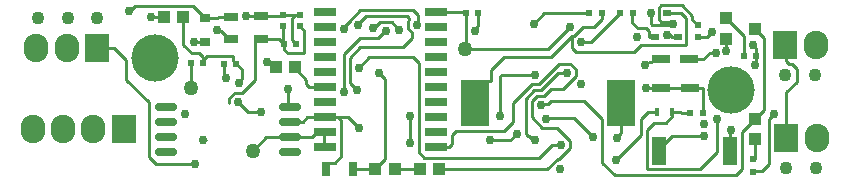
<source format=gtl>
G04*
G04 #@! TF.GenerationSoftware,Altium Limited,Altium Designer,22.6.1 (34)*
G04*
G04 Layer_Physical_Order=1*
G04 Layer_Color=255*
%FSLAX44Y44*%
%MOMM*%
G71*
G04*
G04 #@! TF.SameCoordinates,68862BAA-0075-4294-9CF4-793137098D5D*
G04*
G04*
G04 #@! TF.FilePolarity,Positive*
G04*
G01*
G75*
%ADD11C,0.2540*%
%ADD16R,0.6500X0.6000*%
%ADD17R,1.1000X1.1000*%
%ADD18R,1.1000X1.1000*%
%ADD19R,0.5000X0.5000*%
%ADD20R,0.5000X0.5000*%
%ADD21R,2.4000X4.0000*%
%ADD22R,1.6000X0.7500*%
%ADD23R,1.2000X0.8000*%
%ADD24R,0.6000X0.6000*%
%ADD25R,0.6000X0.6000*%
%ADD26R,1.3000X2.4000*%
%ADD27R,0.8000X1.2000*%
%ADD28R,0.9000X0.8000*%
%ADD29R,1.0000X1.0000*%
%ADD30O,1.9000X0.7000*%
%ADD31R,0.3000X0.8000*%
%ADD32R,1.9500X0.6500*%
%ADD56O,2.1000X2.4000*%
%ADD57R,2.1000X2.4000*%
%ADD58C,1.1000*%
%ADD59C,4.0000*%
%ADD60C,0.7620*%
%ADD61C,1.2700*%
D11*
X1192500Y1016000D02*
X1217000D01*
X1225620Y1000506D02*
Y1001881D01*
X1218000Y985000D02*
X1287551D01*
X1218000Y986000D02*
Y1015000D01*
X1217000Y985000D02*
X1218000D01*
X1217000Y1016000D02*
X1218000Y1015000D01*
X1218000Y1015000D02*
X1218000Y1015000D01*
X1228000Y1004261D02*
Y1015000D01*
X1217000Y985000D02*
X1218000Y986000D01*
X1225620Y1001881D02*
X1228000Y1004261D01*
X1287551Y985000D02*
X1305776Y1003224D01*
X1031350Y1012500D02*
X1061500D01*
X1391890Y995000D02*
X1397000D01*
X1388670Y998220D02*
X1391890Y995000D01*
X1388670Y1005000D02*
X1391860Y1008190D01*
Y1006770D02*
X1392790Y1005840D01*
X1383172Y1008190D02*
X1391860D01*
X1380940Y1010422D02*
X1383172Y1008190D01*
X1391860Y1006770D02*
Y1008190D01*
X1375488Y1005000D02*
X1388670D01*
X1380940Y1010422D02*
Y1019578D01*
X1383172Y1021810D01*
X1400406D01*
X1409192Y1013024D01*
Y1009808D02*
Y1013024D01*
Y1009808D02*
X1414000Y1005000D01*
X1414000D01*
X1388000Y1015000D02*
X1400032D01*
X1332500Y1009967D02*
Y1015000D01*
X1400032Y1015000D02*
X1404112Y1010920D01*
X1374000Y1006488D02*
Y1015000D01*
Y1006488D02*
X1375488Y1005000D01*
X1109218Y927100D02*
X1118215D01*
X1083056D02*
X1109218D01*
X1118215D02*
X1126851Y918464D01*
X1048651Y910650D02*
X1087750D01*
X1037000Y899000D02*
X1048651Y910650D01*
X1009973Y1000028D02*
X1015845Y994156D01*
X1007972Y1000028D02*
X1009973D01*
X1015845Y994156D02*
X1017844D01*
X1007000Y1001000D02*
X1007972Y1000028D01*
X1017844Y994156D02*
X1019000Y993000D01*
X985000Y952000D02*
X985000Y952000D01*
X985000Y952000D02*
Y973000D01*
X1061492Y923351D02*
X1079306D01*
X1099570Y888746D02*
X1106424D01*
X1039114Y958580D02*
Y993500D01*
X1097534Y901700D02*
Y914400D01*
X1462000Y892000D02*
Y908751D01*
X1020572Y974677D02*
X1027652Y967597D01*
X1066692Y937858D02*
Y951084D01*
Y937858D02*
X1068500Y936050D01*
X1128304Y1018080D02*
X1172536D01*
X1114100Y1002000D02*
Y1003375D01*
X1118380Y1007655D02*
Y1008157D01*
X1114100Y1003375D02*
X1118380Y1007655D01*
X1126000Y1006366D02*
X1132634Y1013000D01*
X1126000Y1005000D02*
Y1006366D01*
X1118380Y1008157D02*
X1128304Y1018080D01*
X1155126Y1007569D02*
X1161249Y1001446D01*
X1144694Y1007569D02*
X1155126D01*
X1161249Y1001121D02*
Y1001446D01*
X1143421Y994156D02*
X1149214Y999949D01*
X1150200D01*
X1138750Y1003000D02*
X1140124D01*
X1172536Y1018080D02*
X1177000Y1013616D01*
X1168780Y1008597D02*
X1169591Y1009408D01*
X1168103Y1013000D02*
X1169591Y1011512D01*
X1132634Y1013000D02*
X1168103D01*
X1140124Y1003000D02*
X1144694Y1007569D01*
X1169591Y1009408D02*
Y1011512D01*
X1127760Y994156D02*
X1143421D01*
X1192251Y883000D02*
X1286445D01*
X1282338Y918210D02*
X1294566D01*
X1290380Y903450D02*
X1297450D01*
X1296698Y891922D02*
X1305620Y900844D01*
X1295367Y891922D02*
X1296698D01*
X1297450Y903450D02*
X1298000Y904000D01*
X1286445Y883000D02*
X1295367Y891922D01*
X1279810Y892880D02*
X1290380Y903450D01*
X1294566Y918210D02*
X1305620Y907156D01*
Y900844D02*
Y907156D01*
X1285494Y925830D02*
X1286284Y926620D01*
X1309088D01*
X1325372Y910336D01*
X1182554Y892880D02*
X1279810D01*
X1268222Y913218D02*
X1270018Y911422D01*
X1271204D01*
X1274625Y908000D02*
X1276000D01*
X1271204Y911422D02*
X1274625Y908000D01*
X1238000Y907542D02*
X1254760D01*
X1177000Y1006041D02*
Y1013616D01*
X1176400Y1005441D02*
X1177000Y1006041D01*
X1284001Y1015000D02*
X1322000D01*
X1275000Y1006000D02*
X1284001Y1015000D01*
X1051973Y973028D02*
X1057000Y968000D01*
X1049000Y974000D02*
X1049972Y973028D01*
X1051973D01*
X1028154Y947620D02*
X1039114Y958580D01*
Y993500D02*
X1059500D01*
X1317448Y941120D02*
X1332992Y925576D01*
X1287264Y938572D02*
X1289812Y941120D01*
X1317448D01*
X1168780Y1002284D02*
X1171920Y999145D01*
X1168780Y1002284D02*
Y1008597D01*
X1171920Y994144D02*
Y999145D01*
X1164174Y986398D02*
X1171920Y994144D01*
X1127949Y986398D02*
X1164174D01*
X1033000Y932000D02*
X1044000D01*
X1017380Y939466D02*
Y943156D01*
X1021843Y947620D02*
X1028154D01*
X1017380Y943156D02*
X1021843Y947620D01*
X1025000Y940000D02*
X1033000Y932000D01*
X1025657Y957274D02*
X1027652Y959269D01*
X1025657Y955900D02*
Y957274D01*
X1027652Y959269D02*
Y967597D01*
X1085088Y952500D02*
X1098000D01*
X1082548Y955040D02*
X1085088Y952500D01*
X1082548Y955040D02*
Y958952D01*
X1079306Y923351D02*
X1083056Y927100D01*
X1073500Y968000D02*
X1082548Y958952D01*
X1087750Y910650D02*
X1091500Y914400D01*
X1097534D01*
X995141Y908304D02*
X997681D01*
X1114044Y948462D02*
X1114050Y948456D01*
X1114044Y948462D02*
Y980440D01*
X1111758Y894080D02*
Y924560D01*
X1177798Y931534D02*
X1177944Y931387D01*
X1177798Y931534D02*
Y973381D01*
X1177944Y925075D02*
Y931387D01*
X1170178Y905256D02*
X1170251Y905329D01*
X1177798Y924929D02*
X1177944Y925075D01*
X1177798Y897636D02*
Y924929D01*
X1170251Y905329D02*
Y928158D01*
X1170324Y928231D01*
X1109218Y927100D02*
X1111758Y924560D01*
X1135519Y978039D02*
X1173140D01*
X1283365Y945220D02*
X1289529Y951384D01*
X1247612Y963000D02*
X1276000D01*
X1273302Y940757D02*
X1277766Y945220D01*
X1275662Y950300D02*
X1281260D01*
X1277766Y945220D02*
X1283365D01*
X1279156Y955380D02*
X1296396Y972620D01*
X1268222Y942861D02*
X1275662Y950300D01*
X1273558Y955380D02*
X1279156D01*
X1257300Y939123D02*
X1273558Y955380D01*
X1281260Y950300D02*
X1295380Y964420D01*
X1281894Y938572D02*
X1287264D01*
X1280922Y937600D02*
X1281894Y938572D01*
X1273302Y927246D02*
Y940757D01*
X1246124Y928116D02*
Y961512D01*
X1289529Y951384D02*
X1300161D01*
X1257300Y922782D02*
Y939123D01*
X1295380Y964420D02*
X1302419D01*
X1268222Y913218D02*
Y942861D01*
X1302419Y964420D02*
X1303000Y965000D01*
X1246124Y961512D02*
X1247612Y963000D01*
X1296396Y972620D02*
X1306156D01*
X1249680Y915162D02*
X1257300Y922782D01*
X1306156Y972620D02*
X1310620Y968157D01*
X1300161Y951384D02*
X1310620Y961844D01*
X1273302Y927246D02*
X1282338Y918210D01*
X1310620Y961844D02*
Y968157D01*
X1289812Y978154D02*
X1307262Y995604D01*
X1316676Y1003348D02*
X1325880D01*
X1307262Y995604D02*
X1308932D01*
X1316676Y1003348D01*
X1307338Y985520D02*
Y995380D01*
X1249836Y978154D02*
X1289812D01*
X932000Y1017000D02*
X933375D01*
X937685Y1021310D01*
X986690D01*
X996500Y1011500D01*
X997000D01*
X955040Y887730D02*
X988548D01*
X995000Y975696D02*
Y977900D01*
Y973000D02*
Y975696D01*
X1097534Y901700D02*
X1098000D01*
X1062990Y990010D02*
X1064000Y989000D01*
X1059500Y993500D02*
X1062990Y990010D01*
Y1000242D01*
X1063000Y1014000D02*
X1073690D01*
X1314958Y990854D02*
X1323854D01*
X1348000Y1015000D01*
X1371600Y932001D02*
X1379500D01*
X1365504Y925905D02*
X1371600Y932001D01*
X1365504Y911860D02*
Y925905D01*
X1344676Y891032D02*
X1365504Y911860D01*
X1254760Y907542D02*
X1260602Y913384D01*
X1392500Y927934D02*
Y932001D01*
X1386840Y922274D02*
X1392500Y927934D01*
X1376680Y922274D02*
X1386840D01*
X1370584Y916178D02*
X1376680Y922274D01*
X1370584Y883189D02*
Y916178D01*
Y883189D02*
X1415827D01*
X1430528Y897890D01*
Y926084D01*
X1474470Y925830D02*
X1478788Y930148D01*
X1474470Y887850D02*
Y925830D01*
X1468120Y881500D02*
X1474470Y887850D01*
X1461000Y881500D02*
X1468120D01*
X1404112Y988060D02*
Y1010920D01*
X1366012Y988060D02*
X1404112D01*
X1360170Y982218D02*
X1366012Y988060D01*
X1310640Y982218D02*
X1360170D01*
X1307338Y985520D02*
X1310640Y982218D01*
X1325880Y1003348D02*
X1332500Y1009967D01*
X1239179Y967497D02*
X1249836Y978154D01*
X1239179Y957744D02*
Y967497D01*
X1225000Y957730D02*
X1239179Y957744D01*
X1225000Y939000D02*
Y957730D01*
X1451356Y914606D02*
X1462000Y925250D01*
X1451356Y883189D02*
Y914606D01*
X1446276Y878110D02*
X1451356Y883189D01*
X1343515Y878110D02*
X1446276D01*
X1332992Y888633D02*
X1343515Y878110D01*
X1332992Y888633D02*
Y925576D01*
X1462000Y925250D02*
X1470406Y933656D01*
Y993845D01*
X1462000Y1002251D02*
X1470406Y993845D01*
X1140750Y883000D02*
X1149350Y891600D01*
Y959866D01*
X1144270Y964946D02*
X1149350Y959866D01*
X1369666Y971625D02*
X1371268Y973226D01*
X1382746Y976705D01*
X1114044Y980440D02*
X1127760Y994156D01*
X1119124Y956310D02*
X1125220Y950214D01*
X1119124Y956310D02*
Y977573D01*
X1127949Y986398D01*
X1461008Y988568D02*
X1463500Y986076D01*
Y979000D02*
Y986076D01*
X1424035Y981964D02*
X1429115D01*
X1418775Y976704D02*
X1424035Y981964D01*
X1406746Y976704D02*
X1418775D01*
X1438000Y983420D02*
Y993501D01*
X1463500Y972010D02*
Y979000D01*
X1462786Y971296D02*
X1463500Y972010D01*
X1369920Y952000D02*
X1418000D01*
X1421720Y995000D02*
X1425956Y999236D01*
X1414000Y995000D02*
X1421720D01*
X1441000Y899000D02*
Y915467D01*
X1441902Y916369D01*
X1177798Y897636D02*
X1182554Y892880D01*
X1173140Y978039D02*
X1177798Y973381D01*
X1126744Y969264D02*
X1135519Y978039D01*
X1012750Y962100D02*
X1014476Y960374D01*
X1012750Y962100D02*
Y972000D01*
X1192500Y901700D02*
X1203706D01*
X1206246Y904240D01*
Y912368D01*
X1209040Y915162D01*
X1249680D01*
X1461000Y892000D02*
X1462000D01*
X1106424Y888746D02*
X1111758Y894080D01*
X1099570Y883000D02*
Y888746D01*
X1418000Y931000D02*
Y952000D01*
X1372870Y995000D02*
X1378000D01*
X1372870D02*
Y999998D01*
X1370330Y1002538D02*
X1372870Y999998D01*
X1365758Y1002538D02*
X1370330D01*
X1365504Y1002792D02*
X1365758Y1002538D01*
X1362964Y1002792D02*
X1365504D01*
X1358500Y1007256D02*
X1362964Y1002792D01*
X1358500Y1007256D02*
Y1015000D01*
X1345928Y909711D02*
Y910388D01*
X1349000Y913460D01*
Y939000D01*
X987298Y990500D02*
X997000D01*
X948944Y893826D02*
X955040Y887730D01*
X948944Y893826D02*
Y939800D01*
X930148Y958596D02*
X948944Y939800D01*
X930148Y958596D02*
Y975360D01*
X919508Y986000D02*
X930148Y975360D01*
X905400Y986000D02*
X919508D01*
X995000Y975696D02*
X998220Y978916D01*
X1020572D01*
Y974677D02*
Y978916D01*
X1391920Y911098D02*
X1419098D01*
X1381000Y900178D02*
X1391920Y911098D01*
X1381000Y899000D02*
Y900178D01*
X1453000Y979000D02*
Y996001D01*
X1438000Y1011000D02*
X1453000Y996001D01*
X978500Y988222D02*
Y1012000D01*
Y988222D02*
X985520Y981202D01*
X991698D01*
X995000Y977900D01*
X1488300Y974590D02*
Y988000D01*
Y974590D02*
X1490980Y971910D01*
X1493520D01*
X1497610Y967820D01*
Y957380D02*
Y967820D01*
X1489000Y948770D02*
X1497610Y957380D01*
X1489000Y909400D02*
Y948770D01*
X1008118Y1012000D02*
X1019000D01*
X1007618Y1011500D02*
X1008118Y1012000D01*
X997000Y1011500D02*
X1007618D01*
X1400287Y931000D02*
X1407500D01*
X1399286Y932001D02*
X1400287Y931000D01*
X1392500Y932001D02*
X1399286D01*
X1157249Y883000D02*
X1175750D01*
X1122430D02*
X1140750D01*
X1062990Y1000242D02*
X1063000Y1000252D01*
Y1004000D01*
X1064000Y984510D02*
Y989000D01*
Y984510D02*
X1066800Y981710D01*
X1080516D01*
Y1000484D01*
X1077000Y1004000D02*
X1080516Y1000484D01*
X1073690Y1014000D02*
X1077000D01*
X1070610Y1010920D02*
X1073690Y1014000D01*
X1070610Y992390D02*
Y1010920D01*
Y992390D02*
X1074000Y989000D01*
X1061500Y1012500D02*
X1063000Y1014000D01*
X951420Y1012000D02*
X962000D01*
D16*
X1388000Y1015000D02*
D03*
X1378000Y995000D02*
D03*
X1397000D02*
D03*
D17*
X1056750Y970000D02*
D03*
X1073250D02*
D03*
X1178750Y883000D02*
D03*
X1195250D02*
D03*
X1140750D02*
D03*
X1157250D02*
D03*
X962000Y1012000D02*
D03*
X978500D02*
D03*
D18*
X1462000Y908750D02*
D03*
Y925250D02*
D03*
D19*
X1414000Y1005000D02*
D03*
Y995000D02*
D03*
X1077000Y1014000D02*
D03*
Y1004000D02*
D03*
X1063000Y1014000D02*
D03*
Y1004000D02*
D03*
D20*
X1074000Y989000D02*
D03*
X1064000D02*
D03*
X985000Y973000D02*
D03*
X995000D02*
D03*
X1218000Y1015000D02*
D03*
X1228000D02*
D03*
D21*
X1225000Y939000D02*
D03*
X1349000D02*
D03*
D22*
X1407000Y952000D02*
D03*
X1406746Y976704D02*
D03*
X1382746Y976704D02*
D03*
X1383000Y952000D02*
D03*
D23*
X1019000Y993000D02*
D03*
Y1012000D02*
D03*
X1044000Y1012500D02*
D03*
Y993500D02*
D03*
D24*
X1461000Y881162D02*
D03*
Y892000D02*
D03*
D25*
X1407162Y931000D02*
D03*
X1418000D02*
D03*
X1358750Y1015000D02*
D03*
X1348000D02*
D03*
X1332750Y1015000D02*
D03*
X1322000D02*
D03*
X1012500Y972000D02*
D03*
X1023250D02*
D03*
X1453000Y979000D02*
D03*
X1463500D02*
D03*
D26*
X1381000Y899000D02*
D03*
X1441000D02*
D03*
D27*
X1099570Y883000D02*
D03*
X1122430D02*
D03*
D28*
X997000Y1011500D02*
D03*
Y990500D02*
D03*
D29*
X1438000Y1011000D02*
D03*
Y993500D02*
D03*
X1462000Y1002250D02*
D03*
D30*
X1068500Y897950D02*
D03*
Y910650D02*
D03*
Y923350D02*
D03*
Y936050D02*
D03*
X963500D02*
D03*
Y923350D02*
D03*
Y910650D02*
D03*
Y897950D02*
D03*
D31*
X1392500Y932000D02*
D03*
X1379500D02*
D03*
D32*
X1192500Y1016000D02*
D03*
Y1003300D02*
D03*
Y990600D02*
D03*
Y977900D02*
D03*
Y965200D02*
D03*
Y952500D02*
D03*
Y939800D02*
D03*
Y927100D02*
D03*
Y914400D02*
D03*
Y901700D02*
D03*
X1098000D02*
D03*
Y914400D02*
D03*
Y927100D02*
D03*
Y939800D02*
D03*
Y952500D02*
D03*
Y965200D02*
D03*
Y977900D02*
D03*
Y990600D02*
D03*
Y1003300D02*
D03*
Y1016000D02*
D03*
D56*
X850800Y917000D02*
D03*
X876454D02*
D03*
X902108D02*
D03*
X853584Y986000D02*
D03*
X879492D02*
D03*
X1513654Y988000D02*
D03*
X1514654Y909400D02*
D03*
D57*
X927762Y917000D02*
D03*
X905400Y986000D02*
D03*
X1488000Y988000D02*
D03*
X1489000Y909400D02*
D03*
D58*
X855000Y1011400D02*
D03*
X905400D02*
D03*
X880400D02*
D03*
X1488000Y962600D02*
D03*
X1513000D02*
D03*
X1489000Y884000D02*
D03*
X1514000D02*
D03*
D59*
X1442000Y950000D02*
D03*
X954000Y977000D02*
D03*
D60*
X1225620Y1000506D02*
D03*
X1031350Y1012500D02*
D03*
X1387991Y997204D02*
D03*
X1392790Y1005840D02*
D03*
X1374000Y1015000D02*
D03*
X1007000Y1001000D02*
D03*
X1066692Y951084D02*
D03*
X1126000Y1005000D02*
D03*
X1114100Y1002000D02*
D03*
X1161249Y1001121D02*
D03*
X1150200Y999949D02*
D03*
X1138750Y1003000D02*
D03*
X1298000Y904000D02*
D03*
X1276000Y908000D02*
D03*
X1238000Y907542D02*
D03*
X1176400Y1005441D02*
D03*
X1275000Y1006000D02*
D03*
X980000Y930000D02*
D03*
X1049000Y974000D02*
D03*
X1044000Y932000D02*
D03*
X1025000Y940000D02*
D03*
X1025657Y955900D02*
D03*
X1114050Y948456D02*
D03*
X1170324Y928231D02*
D03*
X1280922Y937600D02*
D03*
X1276000Y963000D02*
D03*
X1303000Y965000D02*
D03*
X1315000Y955000D02*
D03*
X1305776Y1003224D02*
D03*
X932000Y1017000D02*
D03*
X988548Y887730D02*
D03*
X1246124Y928116D02*
D03*
X1314958Y990854D02*
D03*
X1344676Y891032D02*
D03*
X1325372Y910336D02*
D03*
X1285494Y925830D02*
D03*
X1260602Y913384D02*
D03*
X1430528Y926084D02*
D03*
X1478788Y930148D02*
D03*
X1170178Y905256D02*
D03*
X1144270Y964946D02*
D03*
X1369666Y971625D02*
D03*
X1125220Y950214D02*
D03*
X1461008Y988568D02*
D03*
X1429115Y981964D02*
D03*
X1438000Y983420D02*
D03*
X1462786Y971296D02*
D03*
X1425956Y999236D02*
D03*
X1441902Y916369D02*
D03*
X1297641Y883420D02*
D03*
X1126744Y969264D02*
D03*
X1014476Y960374D02*
D03*
X1126851Y918464D02*
D03*
X1369920Y952000D02*
D03*
X1345928Y909711D02*
D03*
X1362710Y995172D02*
D03*
X987298Y990500D02*
D03*
X995141Y908304D02*
D03*
X1419080Y921160D02*
D03*
X1419098Y911098D02*
D03*
X951420Y1012000D02*
D03*
D61*
X1217000Y985000D02*
D03*
X1037000Y899000D02*
D03*
X985000Y952000D02*
D03*
M02*

</source>
